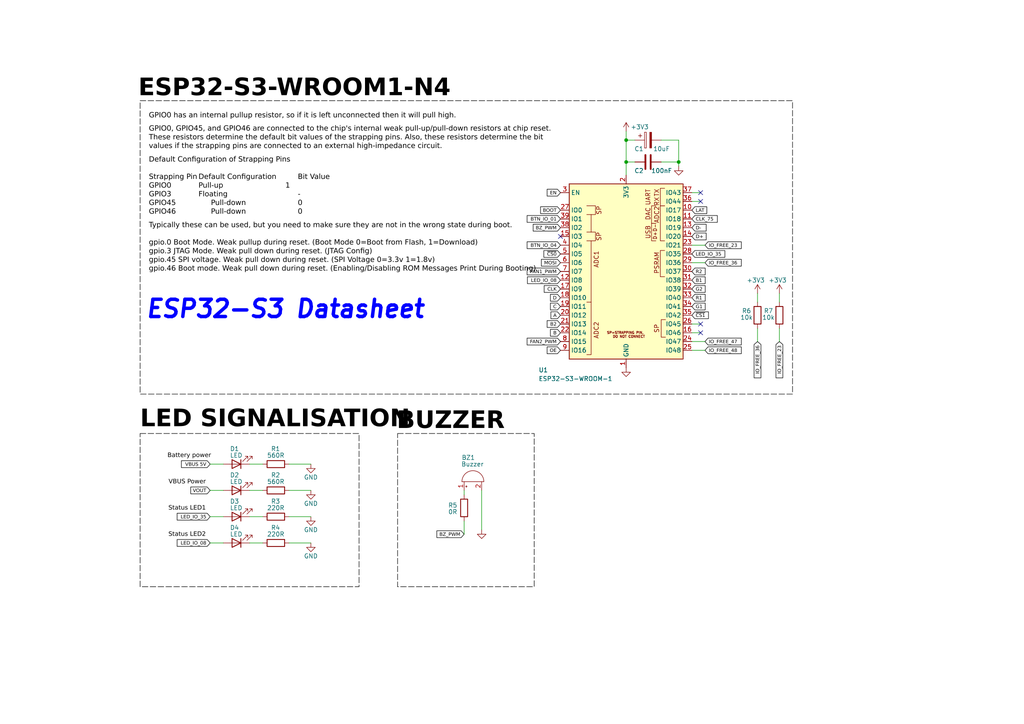
<source format=kicad_sch>
(kicad_sch (version 20250114) (generator "eeschema") (generator_version "9.0")
  (paper "A4")
  (lib_symbols
    (symbol "Device:Buzzer" (pin_names (offset 0.0254) (hide yes))
      (property "Reference" "BZ" (at 3.81 1.27 0))
      (property "Value" "Buzzer" (at 3.81 -1.27 0))
      (symbol "Buzzer_0_1"
        (polyline (pts (xy -1.651 1.905) (xy -1.143 1.905)))
        (polyline (pts (xy -1.397 2.159) (xy -1.397 1.651)))
        (arc (start 0 3.175) (mid 3.1612 0) (end 0 -3.175))
        (polyline (pts (xy 0 3.175) (xy 0 -3.175)))
      )
      (symbol "Buzzer_1_1"
        (pin passive line (at -2.54 2.54 0) (length 2.54) (name "+") (number "1"))
        (pin passive line (at -2.54 -2.54 0) (length 2.54) (name "-") (number "2"))
      )
    )
    (symbol "Device:C" (pin_numbers (hide yes)) (pin_names (offset 0.254))
      (property "Reference" "C" (at 0.635 2.54 0))
      (property "Value" "C" (at 0.635 -2.54 0))
      (symbol "C_0_1"
        (polyline (pts (xy -2.032 0.762) (xy 2.032 0.762)) (stroke (width 0.508)))
        (polyline (pts (xy -2.032 -0.762) (xy 2.032 -0.762)) (stroke (width 0.508)))
      )
      (symbol "C_1_1"
        (pin passive line (at 0 3.81 270) (length 2.794) (name "~") (number "1"))
        (pin passive line (at 0 -3.81 90) (length 2.794) (name "~") (number "2"))
      )
    )
    (symbol "Device:C_Polarized" (pin_numbers (hide yes)) (pin_names (offset 0.254))
      (property "Reference" "C" (at 0.635 2.54 0))
      (property "Value" "C_Polarized" (at 0.635 -2.54 0))
      (symbol "C_Polarized_0_1"
        (rectangle (start -2.286 0.508) (end 2.286 1.016))
        (polyline (pts (xy -1.778 2.286) (xy -0.762 2.286)))
        (polyline (pts (xy -1.27 2.794) (xy -1.27 1.778)))
        (rectangle (start 2.286 -0.508) (end -2.286 -1.016) (fill (type outline)))
      )
      (symbol "C_Polarized_1_1"
        (pin passive line (at 0 3.81 270) (length 2.794) (name "~") (number "1"))
        (pin passive line (at 0 -3.81 90) (length 2.794) (name "~") (number "2"))
      )
    )
    (symbol "Device:LED" (pin_numbers (hide yes)) (pin_names (offset 1.016) (hide yes))
      (property "Reference" "D" (at 0 2.54 0))
      (property "Value" "LED" (at 0 -2.54 0))
      (symbol "LED_0_1"
        (polyline (pts (xy -3.048 -0.762) (xy -4.572 -2.286) (xy -3.81 -2.286) (xy -4.572 -2.286) (xy -4.572 -1.524)))
        (polyline (pts (xy -1.778 -0.762) (xy -3.302 -2.286) (xy -2.54 -2.286) (xy -3.302 -2.286) (xy -3.302 -1.524)))
        (polyline (pts (xy -1.27 0) (xy 1.27 0)))
        (polyline (pts (xy -1.27 -1.27) (xy -1.27 1.27)) (stroke (width 0.254)))
        (polyline (pts (xy 1.27 -1.27) (xy 1.27 1.27) (xy -1.27 0) (xy 1.27 -1.27)) (stroke (width 0.254)))
      )
      (symbol "LED_1_1"
        (pin passive line (at -3.81 0 0) (length 2.54) (name "K") (number "1"))
        (pin passive line (at 3.81 0 180) (length 2.54) (name "A") (number "2"))
      )
    )
    (symbol "Device:R" (pin_numbers (hide yes)) (pin_names (offset 0))
      (property "Reference" "R" (at 2.032 0 90))
      (property "Value" "R" (at 0 0 90))
      (symbol "R_0_1"
        (rectangle (start -1.016 -2.54) (end 1.016 2.54) (stroke (width 0.254)))
      )
      (symbol "R_1_1"
        (pin passive line (at 0 3.81 270) (length 1.27) (name "~") (number "1"))
        (pin passive line (at 0 -3.81 90) (length 1.27) (name "~") (number "2"))
      )
    )
    (symbol "ESP32-S3-WROOM-1_CUSTOM_made_by_bismarx_1"
      (property "Reference" "U3" (at -26.162 -28.956 0))
      (property "Value" "ESP32-S3-WROOM-1" (at -26.162 -30.734 0))
      (symbol "ESP32-S3-WROOM-1_CUSTOM_made_by_bismarx_1_0_0"
        (rectangle (start -20.32 25.4) (end 12.7 -25.4) (stroke (width 0.254)) (fill (type background)))
        (text "PSRAM" (at 5.08 2.54 900) (effects (font (size 1.27 1.27))))
      )
      (symbol "ESP32-S3-WROOM-1_CUSTOM_made_by_bismarx_1_0_1"
        (polyline (pts (xy -15.24 16.51) (xy -12.7 16.51) (xy -12.7 19.05) (xy -15.24 19.05)))
        (polyline (pts (xy -15.24 8.89) (xy -12.7 8.89) (xy -12.7 11.43) (xy -15.24 11.43)))
        (polyline (pts (xy -15.24 -8.89) (xy -13.97 -8.89) (xy -13.97 -24.13) (xy -15.24 -24.13)))
        (polyline (pts (xy -13.97 16.51) (xy -13.97 11.43)))
        (polyline (pts (xy -13.97 8.89) (xy -13.97 -8.89)))
        (polyline (pts (xy 4.826 13.97) (xy 3.556 13.97) (xy 3.556 19.05) (xy 4.826 19.05)))
        (polyline (pts (xy 4.826 8.89) (xy 3.556 8.89) (xy 3.556 13.97) (xy 4.826 13.97)))
        (polyline (pts (xy 7.366 19.05) (xy 6.096 19.05) (xy 6.096 24.13) (xy 7.366 24.13)))
        (polyline (pts (xy 7.366 8.89) (xy 6.096 8.89) (xy 6.096 19.05) (xy 7.366 19.05)))
        (polyline (pts (xy 7.366 -1.524) (xy 6.096 -1.524) (xy 6.096 6.096) (xy 7.366 6.096)))
        (polyline (pts (xy 7.62 -19.05) (xy 6.35 -19.05) (xy 6.35 -13.97) (xy 7.62 -13.97)))
      )
      (symbol "ESP32-S3-WROOM-1_CUSTOM_made_by_bismarx_1_1_0"
        (text "ADC1" (at -12.446 3.556 900) (effects (font (size 1.27 1.27))))
        (text "ADC2" (at -12.446 -17.018 900) (effects (font (size 1.27 1.27))))
        (text "SP" (at -11.684 17.78 900) (effects (font (size 1.27 1.27))))
        (text "SP" (at -11.684 10.16 900) (effects (font (size 1.27 1.27))))
        (text "UART" (at 2.54 21.59 900) (effects (font (size 1.27 1.27))))
        (text "DAC" (at 2.54 16.764 900) (effects (font (size 1.27 1.27))))
        (text "USB" (at 2.54 11.43 900) (effects (font (size 1.27 1.27))))
        (text "D-" (at 4.572 12.7 900) (effects (font (size 1 1))))
        (text "D+" (at 4.572 10.414 900) (effects (font (size 1 1))))
        (text "ADC2" (at 5.08 16.51 900) (effects (font (size 1.27 1.27))))
        (text "SP" (at 5.08 -16.51 900) (effects (font (size 1.27 1.27))))
      )
      (symbol "ESP32-S3-WROOM-1_CUSTOM_made_by_bismarx_1_1_1"
        (text "SP=STRAPPING PIN, \n   DO NOT CONNECT" (at -3.81 -18.288 0) (effects (font (size 0.7 0.7))))
        (text "TX" (at 5.08 22.86 900) (effects (font (size 1.27 1.27))))
        (text "RX" (at 5.08 20.32 900) (effects (font (size 1.27 1.27))))
        (pin input line (at -22.86 22.86 0) (length 2.54) (name "EN") (number "3"))
        (pin bidirectional line (at -22.86 17.78 0) (length 2.54) (name "IO0") (number "27"))
        (pin bidirectional line (at -22.86 15.24 0) (length 2.54) (name "IO1") (number "39"))
        (pin bidirectional line (at -22.86 12.7 0) (length 2.54) (name "IO2") (number "38"))
        (pin bidirectional line (at -22.86 10.16 0) (length 2.54) (name "IO3") (number "15"))
        (pin bidirectional line (at -22.86 7.62 0) (length 2.54) (name "IO4") (number "4"))
        (pin bidirectional line (at -22.86 5.08 0) (length 2.54) (name "IO5") (number "5"))
        (pin bidirectional line (at -22.86 2.54 0) (length 2.54) (name "IO6") (number "6"))
        (pin bidirectional line (at -22.86 0 0) (length 2.54) (name "IO7") (number "7"))
        (pin bidirectional line (at -22.86 -2.54 0) (length 2.54) (name "IO8") (number "12"))
        (pin bidirectional line (at -22.86 -5.08 0) (length 2.54) (name "IO9") (number "17"))
        (pin bidirectional line (at -22.86 -7.62 0) (length 2.54) (name "IO10") (number "18"))
        (pin bidirectional line (at -22.86 -10.16 0) (length 2.54) (name "IO11") (number "19"))
        (pin bidirectional line (at -22.86 -12.7 0) (length 2.54) (name "IO12") (number "20"))
        (pin bidirectional line (at -22.86 -15.24 0) (length 2.54) (name "IO13") (number "21"))
        (pin bidirectional line (at -22.86 -17.78 0) (length 2.54) (name "IO14") (number "22"))
        (pin bidirectional line (at -22.86 -20.32 0) (length 2.54) (name "IO15") (number "8"))
        (pin bidirectional line (at -22.86 -22.86 0) (length 2.54) (name "IO16") (number "9"))
        (pin power_in line (at -3.81 27.94 270) (length 2.54) (name "3V3") (number "2"))
        (pin power_in line (at -3.81 -27.94 90) (length 2.54) (name "GND") (number "1"))
        (pin passive line (at -3.81 -27.94 90) (length 2.54) (hide yes) (name "GND") (number "40"))
        (pin passive line (at -3.81 -27.94 90) (length 2.54) (hide yes) (name "GND") (number "41"))
        (pin bidirectional line (at 15.24 22.86 180) (length 2.54) (name "IO43") (number "37"))
        (pin bidirectional line (at 15.24 20.32 180) (length 2.54) (name "IO44") (number "36"))
        (pin bidirectional line (at 15.24 17.78 180) (length 2.54) (name "IO17") (number "10"))
        (pin bidirectional line (at 15.24 15.24 180) (length 2.54) (name "IO18") (number "11"))
        (pin bidirectional line (at 15.24 12.7 180) (length 2.54) (name "IO19") (number "13"))
        (pin bidirectional line (at 15.24 10.16 180) (length 2.54) (name "IO20") (number "14"))
        (pin bidirectional line (at 15.24 7.62 180) (length 2.54) (name "IO21") (number "23"))
        (pin bidirectional line (at 15.24 5.08 180) (length 2.54) (name "IO35") (number "28"))
        (pin bidirectional line (at 15.24 2.54 180) (length 2.54) (name "IO36") (number "29"))
        (pin bidirectional line (at 15.24 0 180) (length 2.54) (name "IO37") (number "30"))
        (pin bidirectional line (at 15.24 -2.54 180) (length 2.54) (name "IO38") (number "31"))
        (pin bidirectional line (at 15.24 -5.08 180) (length 2.54) (name "IO39") (number "32"))
        (pin bidirectional line (at 15.24 -7.62 180) (length 2.54) (name "IO40") (number "33"))
        (pin bidirectional line (at 15.24 -10.16 180) (length 2.54) (name "IO41") (number "34"))
        (pin bidirectional line (at 15.24 -12.7 180) (length 2.54) (name "IO42") (number "35"))
        (pin bidirectional line (at 15.24 -15.24 180) (length 2.54) (name "IO45") (number "26"))
        (pin bidirectional line (at 15.24 -17.78 180) (length 2.54) (name "IO46") (number "16"))
        (pin bidirectional line (at 15.24 -20.32 180) (length 2.54) (name "IO47") (number "24"))
        (pin bidirectional line (at 15.24 -22.86 180) (length 2.54) (name "IO48") (number "25"))
      )
    )
    (symbol "GND_1" (power) (pin_numbers (hide yes)) (pin_names (offset 0) (hide yes))
      (property "Value" "GND" (at 0 -3.81 0))
      (symbol "GND_1_0_1"
        (polyline (pts (xy 0 0) (xy 0 -1.27) (xy 1.27 -1.27) (xy 0 -2.54) (xy -1.27 -1.27) (xy 0 -1.27)))
      )
      (symbol "GND_1_1_1"
        (pin power_in line (at 0 0 270) (length 0) (name "~") (number "1"))
      )
    )
    (symbol "power:+3V3" (power) (pin_names (offset 0))
      (property "Value" "+3V3" (at 0 3.556 0))
      (symbol "+3V3_0_1"
        (polyline (pts (xy -0.762 1.27) (xy 0 2.54)))
        (polyline (pts (xy 0 2.54) (xy 0.762 1.27)))
        (polyline (pts (xy 0 0) (xy 0 2.54)))
      )
      (symbol "+3V3_1_1"
        (pin power_in line (at 0 0 90) (length 0) (hide yes) (name "+3V3") (number "1"))
      )
    )
    (symbol "power:GND" (power) (pin_names (offset 0))
      (property "Value" "GND" (at 0 -3.81 0))
      (symbol "GND_0_1"
        (polyline (pts (xy 0 0) (xy 0 -1.27) (xy 1.27 -1.27) (xy 0 -2.54) (xy -1.27 -1.27) (xy 0 -1.27)))
      )
      (symbol "GND_1_1"
        (pin power_in line (at 0 0 270) (length 0) (hide yes) (name "GND") (number "1"))
      )
    )
  )
  (rectangle (start 40.64 29.21) (end 229.87 114.3) (stroke (width 0) (type dash) (color 0 0 0 1)))
  (rectangle (start 40.64 125.73) (end 104.14 170.18) (stroke (width 0) (type dash) (color 0 0 0 1)))
  (rectangle (start 115.316 125.73) (end 154.94 170.18) (stroke (width 0) (type dash) (color 0 0 0 1)))
  (text "GPIO0, GPIO45, and GPIO46 are connected to the chip's internal weak pull-up/pull-down resistors at chip reset.\nThese resistors determine the default bit values of the strapping pins. Also, these resistors determine the bit\nvalues if the strapping pins are connected to an external high-impedance circuit." (at 43.18 43.815 0) (effects (font (size 1.5 1.5)) (justify left bottom)))
  (text "VBUS Power" (at 59.69 140.97 0) (effects (font (size 1.27 1.27)) (justify right bottom)))
  (text "Default Configuration of Strapping Pins\n\nStrapping Pin	Default Configuration		Bit Value\nGPIO0 			Pull-up						1\nGPIO3			Floating						-\nGPIO45			Pull-down					0\nGPIO46			Pull-down					0" (at 43.18 62.865 0) (effects (font (size 1.5 1.5)) (justify left bottom)))
  (text "ESP32-S3 Datasheet" (at 41.91 92.71 0) (effects (font (size 5 5) (thickness 1) (bold yes) (italic yes)) (justify left bottom)))
  (text "Status LED1" (at 59.69 148.59 0) (effects (font (size 1.27 1.27)) (justify right bottom)))
  (text "GPIO0 has an internal pullup resistor, so if it is left unconnected then it will pull high." (at 43.18 34.925 0) (effects (font (size 1.5 1.5)) (justify left bottom)))
  (text "BUZZER" (at 115.062 126.492 0) (effects (font (size 5 5) (bold yes)) (justify left bottom)))
  (text "Typically these can be used, but you need to make sure they are not in the wrong state during boot.\n\ngpio.0 Boot Mode. Weak pullup during reset. (Boot Mode 0=Boot from Flash, 1=Download)\ngpio.3 JTAG Mode. Weak pull down during reset. (JTAG Config)\ngpio.45 SPI voltage. Weak pull down during reset. (SPI Voltage 0=3.3v 1=1.8v)\ngpio.46 Boot mode. Weak pull down during reset. (Enabling/Disabling ROM Messages Print During Booting)" (at 43.18 79.375 0) (effects (font (size 1.5 1.5)) (justify left bottom)))
  (text "Battery power" (at 61.214 133.35 0) (effects (font (size 1.27 1.27)) (justify right bottom)))
  (text "Status LED2" (at 59.69 156.21 0) (effects (font (size 1.27 1.27)) (justify right bottom)))
  (text "LED SIGNALISATION" (at 40.64 125.984 0) (effects (font (size 5 5) (bold yes)) (justify left bottom)))
  (text "ESP32-S3-WROOM1-N4" (at 40.132 29.972 0) (effects (font (size 5 5) (bold yes)) (justify left bottom)))
  (junction (at 181.61 46.99))
  (junction (at 196.85 46.99))
  (junction (at 181.61 40.64))
  (no_connect (at 203.2 55.88))
  (no_connect (at 203.2 96.52))
  (no_connect (at 203.2 93.98))
  (no_connect (at 162.56 68.58))
  (no_connect (at 203.2 58.42))
  (wire (pts (xy 83.82 134.62) (xy 90.17 134.62)))
  (wire (pts (xy 226.06 85.09) (xy 226.06 87.63)))
  (wire (pts (xy 72.39 149.86) (xy 76.2 149.86)))
  (wire (pts (xy 204.47 101.6) (xy 200.66 101.6)))
  (wire (pts (xy 60.96 134.62) (xy 64.77 134.62)))
  (wire (pts (xy 219.71 99.06) (xy 219.71 95.25)))
  (wire (pts (xy 196.85 40.64) (xy 196.85 46.99)))
  (wire (pts (xy 191.77 40.64) (xy 196.85 40.64)))
  (wire (pts (xy 181.61 40.64) (xy 181.61 46.99)))
  (wire (pts (xy 191.77 46.99) (xy 196.85 46.99)))
  (wire (pts (xy 83.82 149.86) (xy 90.17 149.86)))
  (wire (pts (xy 203.2 93.98) (xy 200.66 93.98)))
  (wire (pts (xy 60.96 149.86) (xy 64.77 149.86)))
  (wire (pts (xy 204.47 71.12) (xy 200.66 71.12)))
  (wire (pts (xy 196.85 46.99) (xy 196.85 48.26)))
  (wire (pts (xy 181.61 38.1) (xy 181.61 40.64)))
  (wire (pts (xy 203.2 55.88) (xy 200.66 55.88)))
  (wire (pts (xy 181.61 46.99) (xy 181.61 50.8)))
  (wire (pts (xy 72.39 142.24) (xy 76.2 142.24)))
  (wire (pts (xy 204.47 99.06) (xy 200.66 99.06)))
  (wire (pts (xy 203.2 58.42) (xy 200.66 58.42)))
  (wire (pts (xy 219.71 85.09) (xy 219.71 87.63)))
  (wire (pts (xy 72.39 134.62) (xy 76.2 134.62)))
  (wire (pts (xy 139.7 153.67) (xy 139.7 142.24)))
  (wire (pts (xy 60.96 157.48) (xy 64.77 157.48)))
  (wire (pts (xy 83.82 157.48) (xy 90.17 157.48)))
  (wire (pts (xy 226.06 99.06) (xy 226.06 95.25)))
  (wire (pts (xy 184.15 46.99) (xy 181.61 46.99)))
  (wire (pts (xy 83.82 142.24) (xy 90.17 142.24)))
  (wire (pts (xy 181.61 40.64) (xy 184.15 40.64)))
  (wire (pts (xy 72.39 157.48) (xy 76.2 157.48)))
  (wire (pts (xy 134.62 154.94) (xy 134.62 151.13)))
  (wire (pts (xy 60.96 142.24) (xy 64.77 142.24)))
  (wire (pts (xy 203.2 96.52) (xy 200.66 96.52)))
  (wire (pts (xy 204.47 76.2) (xy 200.66 76.2)))
  (wire (pts (xy 134.62 143.51) (xy 134.62 142.24)))
  (global_label "~{CS1}" (shape input) (at 200.66 91.44 0) (effects (font (size 1 1))) (property "Intersheetrefs" "${INTERSHEET_REFS}" (effects (hide yes))))
  (global_label "BOOT" (shape input) (at 162.56 60.96 180) (effects (font (size 1 1))) (property "Intersheetrefs" "${INTERSHEET_REFS}" (effects (hide yes))))
  (global_label "D+" (shape input) (at 200.66 68.58 0) (effects (font (size 1 1))) (property "Intersheetrefs" "${INTERSHEET_REFS}" (effects (hide yes))))
  (global_label "BZ_PWM" (shape input) (at 162.56 66.04 180) (effects (font (size 1 1))) (property "Intersheetrefs" "${INTERSHEET_REFS}" (effects (hide yes))))
  (global_label "C" (shape input) (at 162.56 88.9 180) (effects (font (size 1 1))) (property "Intersheetrefs" "${INTERSHEET_REFS}" (effects (hide yes))))
  (global_label "A" (shape input) (at 162.56 91.44 180) (effects (font (size 1 1))) (property "Intersheetrefs" "${INTERSHEET_REFS}" (effects (hide yes))))
  (global_label "VBUS 5V" (shape input) (at 60.96 134.62 180) (effects (font (size 1 1))) (property "Intersheetrefs" "${INTERSHEET_REFS}" (effects (hide yes))))
  (global_label "FAN1_PWM" (shape input) (at 162.56 78.74 180) (effects (font (size 1 1))) (property "Intersheetrefs" "${INTERSHEET_REFS}" (effects (hide yes))))
  (global_label "VOUT" (shape input) (at 60.96 142.24 180) (effects (font (size 1 1))) (property "Intersheetrefs" "${INTERSHEET_REFS}" (effects (hide yes))))
  (global_label "B1" (shape input) (at 200.66 81.28 0) (effects (font (size 1 1))) (property "Intersheetrefs" "${INTERSHEET_REFS}" (effects (hide yes))))
  (global_label "G1" (shape input) (at 200.66 88.9 0) (effects (font (size 1 1))) (property "Intersheetrefs" "${INTERSHEET_REFS}" (effects (hide yes))))
  (global_label "BTN_IO_01" (shape input) (at 162.56 63.5 180) (effects (font (size 1 1))) (property "Intersheetrefs" "${INTERSHEET_REFS}" (effects (hide yes))))
  (global_label "MOSI" (shape input) (at 162.56 76.2 180) (effects (font (size 1 1))) (property "Intersheetrefs" "${INTERSHEET_REFS}" (effects (hide yes))))
  (global_label "IO_FREE_48" (shape input) (at 204.47 101.6 0) (effects (font (size 1 1))) (property "Intersheetrefs" "${INTERSHEET_REFS}" (effects (hide yes))))
  (global_label "LED_IO_35" (shape input) (at 200.66 73.66 0) (effects (font (size 1 1))) (property "Intersheetrefs" "${INTERSHEET_REFS}" (effects (hide yes))))
  (global_label "IO_FREE_47" (shape input) (at 204.47 99.06 0) (effects (font (size 1 1))) (property "Intersheetrefs" "${INTERSHEET_REFS}" (effects (hide yes))))
  (global_label "B2" (shape input) (at 162.56 93.98 180) (effects (font (size 1 1))) (property "Intersheetrefs" "${INTERSHEET_REFS}" (effects (hide yes))))
  (global_label "BTN_IO_04" (shape input) (at 162.56 71.12 180) (effects (font (size 1 1))) (property "Intersheetrefs" "${INTERSHEET_REFS}" (effects (hide yes))))
  (global_label "LED_IO_08" (shape input) (at 60.96 157.48 180) (effects (font (size 1 1))) (property "Intersheetrefs" "${INTERSHEET_REFS}" (effects (hide yes))))
  (global_label "B" (shape input) (at 162.56 96.52 180) (effects (font (size 1 1))) (property "Intersheetrefs" "${INTERSHEET_REFS}" (effects (hide yes))))
  (global_label "CLK" (shape input) (at 162.56 83.82 180) (effects (font (size 1 1))) (property "Intersheetrefs" "${INTERSHEET_REFS}" (effects (hide yes))))
  (global_label "FAN2_PWM" (shape input) (at 162.56 99.06 180) (effects (font (size 1 1))) (property "Intersheetrefs" "${INTERSHEET_REFS}" (effects (hide yes))))
  (global_label "~{CS0}" (shape input) (at 162.56 73.66 180) (effects (font (size 1 1))) (property "Intersheetrefs" "${INTERSHEET_REFS}" (effects (hide yes))))
  (global_label "IO_FREE_36" (shape input) (at 204.47 76.2 0) (effects (font (size 1 1))) (property "Intersheetrefs" "${INTERSHEET_REFS}" (effects (hide yes))))
  (global_label "D" (shape input) (at 162.56 86.36 180) (effects (font (size 1 1))) (property "Intersheetrefs" "${INTERSHEET_REFS}" (effects (hide yes))))
  (global_label "D-" (shape input) (at 200.66 66.04 0) (effects (font (size 1 1))) (property "Intersheetrefs" "${INTERSHEET_REFS}" (effects (hide yes))))
  (global_label "LED_IO_08" (shape input) (at 162.56 81.28 180) (effects (font (size 1 1))) (property "Intersheetrefs" "${INTERSHEET_REFS}" (effects (hide yes))))
  (global_label "BZ_PWM" (shape input) (at 134.62 154.94 180) (effects (font (size 1 1))) (property "Intersheetrefs" "${INTERSHEET_REFS}" (effects (hide yes))))
  (global_label "LED_IO_35" (shape input) (at 60.96 149.86 180) (effects (font (size 1 1))) (property "Intersheetrefs" "${INTERSHEET_REFS}" (effects (hide yes))))
  (global_label "CLK_75" (shape input) (at 200.66 63.5 0) (effects (font (size 1 1))) (property "Intersheetrefs" "${INTERSHEET_REFS}" (effects (hide yes))))
  (global_label "IO_FREE_23" (shape input) (at 204.47 71.12 0) (effects (font (size 1 1))) (property "Intersheetrefs" "${INTERSHEET_REFS}" (effects (hide yes))))
  (global_label "R1" (shape input) (at 200.66 86.36 0) (effects (font (size 1 1))) (property "Intersheetrefs" "${INTERSHEET_REFS}" (effects (hide yes))))
  (global_label "OE" (shape input) (at 162.56 101.6 180) (effects (font (size 1 1))) (property "Intersheetrefs" "${INTERSHEET_REFS}" (effects (hide yes))))
  (global_label "G2" (shape input) (at 200.66 83.82 0) (effects (font (size 1 1))) (property "Intersheetrefs" "${INTERSHEET_REFS}" (effects (hide yes))))
  (global_label "R2" (shape input) (at 200.66 78.74 0) (effects (font (size 1 1))) (property "Intersheetrefs" "${INTERSHEET_REFS}" (effects (hide yes))))
  (global_label "LAT" (shape input) (at 200.66 60.96 0) (effects (font (size 1 1))) (property "Intersheetrefs" "${INTERSHEET_REFS}" (effects (hide yes))))
  (global_label "IO_FREE_23" (shape input) (at 226.06 99.06 270) (effects (font (size 1 1))) (property "Intersheetrefs" "${INTERSHEET_REFS}" (effects (hide yes))))
  (global_label "IO_FREE_36" (shape input) (at 219.71 99.06 270) (effects (font (size 1 1))) (property "Intersheetrefs" "${INTERSHEET_REFS}" (effects (hide yes))))
  (global_label "EN" (shape input) (at 162.56 55.88 180) (effects (font (size 1 1))) (property "Intersheetrefs" "${INTERSHEET_REFS}" (effects (hide yes))))
  (symbol (lib_id "Device:R") (at 80.01 142.24 90) (unit 1)
    (property "Reference" "R2" (at 81.28 137.795 90) (effects (justify left)))
    (property "Value" "560R" (at 82.55 139.7 90) (effects (justify left)))
    (property "Footprint" "Resistor_SMD:R_0805_2012Metric_Pad1.20x1.40mm_HandSolder" (effects (hide yes)))
  )
  (symbol (lib_id "power:GND") (at 90.17 142.24 0) (unit 1)
    (property "Reference" "#PWR02" (effects (hide yes)))
    (property "Value" "GND" (at 90.17 146.05 0))
  )
  (symbol (lib_id "power:GND") (at 139.7 153.67 0) (unit 1)
    (property "Reference" "#PWR05" (effects (hide yes)))
    (property "Value" "GND" (effects (hide yes)))
  )
  (symbol (lib_id "power:+3V3") (at 226.06 85.09 0) (unit 1)
    (property "Reference" "#PWR010" (effects (hide yes)))
    (property "Value" "+3V3" (at 222.885 81.28 0) (effects (justify left)))
  )
  (symbol (lib_id "Device:LED") (at 68.58 149.86 180) (unit 1)
    (property "Reference" "D3" (at 66.675 145.415 0) (effects (justify right)))
    (property "Value" "LED" (at 66.675 147.32 0) (effects (justify right)))
    (property "Footprint" "LED_SMD:LED_0805_2012Metric_Pad1.15x1.40mm_HandSolder" (effects (hide yes)))
  )
  (symbol (lib_id "power:+3V3") (at 219.71 85.09 0) (unit 1)
    (property "Reference" "#PWR09" (effects (hide yes)))
    (property "Value" "+3V3" (at 216.535 81.28 0) (effects (justify left)))
  )
  (symbol (lib_id "Device:R") (at 219.71 91.44 180) (unit 1)
    (property "Reference" "R6" (at 216.535 90.17 0))
    (property "Value" "10k" (at 216.535 92.075 0))
    (property "Footprint" "Resistor_SMD:R_0805_2012Metric_Pad1.20x1.40mm_HandSolder" (effects (hide yes)))
  )
  (symbol (lib_id "power:GND") (at 90.17 149.86 0) (unit 1)
    (property "Reference" "#PWR03" (effects (hide yes)))
    (property "Value" "GND" (at 90.17 153.67 0))
  )
  (symbol (lib_id "Device:R") (at 80.01 149.86 90) (unit 1)
    (property "Reference" "R3" (at 81.28 145.415 90) (effects (justify left)))
    (property "Value" "220R" (at 82.55 147.32 90) (effects (justify left)))
    (property "Footprint" "Resistor_SMD:R_0805_2012Metric_Pad1.20x1.40mm_HandSolder" (effects (hide yes)))
  )
  (symbol (lib_id "Device:R") (at 80.01 134.62 90) (unit 1)
    (property "Reference" "R1" (at 81.28 130.175 90) (effects (justify left)))
    (property "Value" "560R" (at 82.55 132.08 90) (effects (justify left)))
    (property "Footprint" "Resistor_SMD:R_0805_2012Metric_Pad1.20x1.40mm_HandSolder" (effects (hide yes)))
  )
  (symbol (lib_id "Device:R") (at 80.01 157.48 90) (unit 1)
    (property "Reference" "R4" (at 81.28 153.035 90) (effects (justify left)))
    (property "Value" "220R" (at 82.55 154.94 90) (effects (justify left)))
    (property "Footprint" "Resistor_SMD:R_0805_2012Metric_Pad1.20x1.40mm_HandSolder" (effects (hide yes)))
  )
  (symbol (lib_name "ESP32-S3-WROOM-1_CUSTOM_made_by_bismarx_1") (lib_id "sumec_sch_lib:ESP32-S3-WROOM-1_CUSTOM_made_by_bismarx") (at 185.42 78.74 0) (unit 1)
    (property "Reference" "U1" (at 156.21 107.315 0) (effects (justify left)))
    (property "Value" "ESP32-S3-WROOM-1" (at 156.21 109.855 0) (effects (justify left)))
    (property "Footprint" "PCM_Espressif:ESP32-S3-WROOM-1" (effects (hide yes)))
    (property "Datasheet" "https://www.espressif.com/sites/default/files/documentation/esp32-s3-wroom-1_wroom-1u_datasheet_en.pdf" (effects (hide yes)))
    (property "Description" "RF Module, ESP32-S3 SoC, Wi-Fi 802.11b/g/n, Bluetooth, BLE, 32-bit, 3.3V, onboard antenna, SMD" (effects (hide yes)))
  )
  (symbol (lib_id "power:GND") (at 90.17 134.62 0) (unit 1)
    (property "Reference" "#PWR01" (effects (hide yes)))
    (property "Value" "GND" (at 90.17 138.43 0))
  )
  (symbol (lib_id "power:GND") (at 181.61 106.68 0) (unit 1)
    (property "Reference" "#PWR07" (effects (hide yes)))
    (property "Value" "GND" (effects (hide yes)))
  )
  (symbol (lib_id "power:GND") (at 90.17 157.48 0) (unit 1)
    (property "Reference" "#PWR04" (effects (hide yes)))
    (property "Value" "GND" (at 90.17 161.29 0))
  )
  (symbol (lib_id "Device:C_Polarized") (at 187.96 40.64 90) (mirror x) (unit 1)
    (property "Reference" "C1" (at 186.69 43.18 90) (effects (justify left)))
    (property "Value" "10uF" (at 194.31 43.18 90) (effects (justify left)))
    (property "Footprint" "Capacitor_Tantalum_SMD:CP_EIA-3216-18_Kemet-A_Pad1.58x1.35mm_HandSolder" (effects (hide yes)))
  )
  (symbol (lib_id "power:+3V3") (at 181.61 38.1 0) (unit 1)
    (property "Reference" "#PWR06" (effects (hide yes)))
    (property "Value" "+3V3" (at 182.88 36.83 0) (effects (justify left)))
  )
  (symbol (lib_id "Device:R") (at 226.06 91.44 180) (unit 1)
    (property "Reference" "R7" (at 222.885 90.17 0))
    (property "Value" "10k" (at 222.885 92.075 0))
    (property "Footprint" "Resistor_SMD:R_0805_2012Metric_Pad1.20x1.40mm_HandSolder" (effects (hide yes)))
  )
  (symbol (lib_id "Device:Buzzer") (at 137.16 139.7 90) (unit 1)
    (property "Reference" "BZ1" (at 137.795 132.715 90) (effects (justify left)))
    (property "Value" "Buzzer" (at 140.335 134.62 90) (effects (justify left)))
    (property "Footprint" "Schrack_brd:BUZZER_CUI_CPT" (effects (hide yes)))
    (property "Datasheet" "https://cz.mouser.com/ProductDetail/CUI-Devices/CPT-1625-80-SMT-TR?qs=P1JMDcb91o43eCFIymFs3Q%3D%3D" (effects (hide yes)))
    (property "Description" "Buzzer, polarized" (effects (hide yes)))
  )
  (symbol (lib_id "Device:LED") (at 68.58 134.62 180) (unit 1)
    (property "Reference" "D1" (at 66.675 130.175 0) (effects (justify right)))
    (property "Value" "LED" (at 66.675 132.08 0) (effects (justify right)))
    (property "Footprint" "LED_SMD:LED_0805_2012Metric_Pad1.15x1.40mm_HandSolder" (effects (hide yes)))
  )
  (symbol (lib_id "Device:LED") (at 68.58 157.48 180) (unit 1)
    (property "Reference" "D4" (at 66.675 153.035 0) (effects (justify right)))
    (property "Value" "LED" (at 66.675 154.94 0) (effects (justify right)))
    (property "Footprint" "LED_SMD:LED_0805_2012Metric_Pad1.15x1.40mm_HandSolder" (effects (hide yes)))
  )
  (symbol (lib_id "Device:R") (at 134.62 147.32 180) (unit 1)
    (property "Reference" "R5" (at 131.318 146.558 0))
    (property "Value" "0R" (at 131.318 148.463 0))
    (property "Footprint" "Resistor_SMD:R_0805_2012Metric_Pad1.20x1.40mm_HandSolder" (effects (hide yes)))
    (property "Description" "Resistor" (effects (hide yes)))
  )
  (symbol (lib_name "GND_1") (lib_id "power:GND") (at 196.85 48.26 0) (unit 1)
    (property "Reference" "#PWR08" (effects (hide yes)))
    (property "Value" "GND" (effects (hide yes)))
    (property "Description" "Power symbol creates a global label with name \"GND\" , ground" (effects (hide yes)))
  )
  (symbol (lib_id "Device:C") (at 187.96 46.99 90) (mirror x) (unit 1)
    (property "Reference" "C2" (at 186.69 49.53 90) (effects (justify left)))
    (property "Value" "100nF" (at 194.945 49.53 90) (effects (justify left)))
    (property "Footprint" "Capacitor_SMD:C_0805_2012Metric_Pad1.18x1.45mm_HandSolder" (effects (hide yes)))
  )
  (symbol (lib_id "Device:LED") (at 68.58 142.24 180) (unit 1)
    (property "Reference" "D2" (at 66.675 137.795 0) (effects (justify right)))
    (property "Value" "LED" (at 66.675 139.7 0) (effects (justify right)))
    (property "Footprint" "LED_SMD:LED_0805_2012Metric_Pad1.15x1.40mm_HandSolder" (effects (hide yes)))
  )
)
</source>
